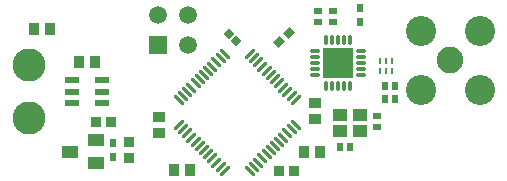
<source format=gts>
G04*
G04 #@! TF.GenerationSoftware,Altium Limited,Altium Designer,22.10.1 (41)*
G04*
G04 Layer_Color=9720587*
%FSTAX24Y24*%
%MOIN*%
G70*
G04*
G04 #@! TF.SameCoordinates,87BD3A09-32BE-4FA1-A735-6A54E07DCED2*
G04*
G04*
G04 #@! TF.FilePolarity,Negative*
G04*
G01*
G75*
%ADD18R,0.0394X0.0354*%
%ADD19R,0.0098X0.0217*%
%ADD20R,0.0252X0.0236*%
%ADD21R,0.0354X0.0394*%
G04:AMPARAMS|DCode=22|XSize=31.9mil|YSize=10.2mil|CornerRadius=1.3mil|HoleSize=0mil|Usage=FLASHONLY|Rotation=0.000|XOffset=0mil|YOffset=0mil|HoleType=Round|Shape=RoundedRectangle|*
%AMROUNDEDRECTD22*
21,1,0.0319,0.0077,0,0,0.0*
21,1,0.0293,0.0102,0,0,0.0*
1,1,0.0026,0.0147,-0.0038*
1,1,0.0026,-0.0147,-0.0038*
1,1,0.0026,-0.0147,0.0038*
1,1,0.0026,0.0147,0.0038*
%
%ADD22ROUNDEDRECTD22*%
G04:AMPARAMS|DCode=23|XSize=31.9mil|YSize=10.2mil|CornerRadius=1.3mil|HoleSize=0mil|Usage=FLASHONLY|Rotation=90.000|XOffset=0mil|YOffset=0mil|HoleType=Round|Shape=RoundedRectangle|*
%AMROUNDEDRECTD23*
21,1,0.0319,0.0077,0,0,90.0*
21,1,0.0293,0.0102,0,0,90.0*
1,1,0.0026,0.0038,0.0147*
1,1,0.0026,0.0038,-0.0147*
1,1,0.0026,-0.0038,-0.0147*
1,1,0.0026,-0.0038,0.0147*
%
%ADD23ROUNDEDRECTD23*%
%ADD24R,0.0236X0.0252*%
%ADD25R,0.0236X0.0295*%
%ADD26R,0.0472X0.0394*%
G04:AMPARAMS|DCode=27|XSize=11.8mil|YSize=47.2mil|CornerRadius=0mil|HoleSize=0mil|Usage=FLASHONLY|Rotation=135.000|XOffset=0mil|YOffset=0mil|HoleType=Round|Shape=Round|*
%AMOVALD27*
21,1,0.0354,0.0118,0.0000,0.0000,225.0*
1,1,0.0118,0.0125,0.0125*
1,1,0.0118,-0.0125,-0.0125*
%
%ADD27OVALD27*%

G04:AMPARAMS|DCode=28|XSize=11.8mil|YSize=47.2mil|CornerRadius=0mil|HoleSize=0mil|Usage=FLASHONLY|Rotation=225.000|XOffset=0mil|YOffset=0mil|HoleType=Round|Shape=Round|*
%AMOVALD28*
21,1,0.0354,0.0118,0.0000,0.0000,315.0*
1,1,0.0118,-0.0125,0.0125*
1,1,0.0118,0.0125,-0.0125*
%
%ADD28OVALD28*%

%ADD29R,0.0335X0.0374*%
%ADD30R,0.0374X0.0335*%
%ADD31R,0.0551X0.0394*%
G04:AMPARAMS|DCode=32|XSize=47.6mil|YSize=23.2mil|CornerRadius=2.9mil|HoleSize=0mil|Usage=FLASHONLY|Rotation=0.000|XOffset=0mil|YOffset=0mil|HoleType=Round|Shape=RoundedRectangle|*
%AMROUNDEDRECTD32*
21,1,0.0476,0.0174,0,0,0.0*
21,1,0.0418,0.0232,0,0,0.0*
1,1,0.0058,0.0209,-0.0087*
1,1,0.0058,-0.0209,-0.0087*
1,1,0.0058,-0.0209,0.0087*
1,1,0.0058,0.0209,0.0087*
%
%ADD32ROUNDEDRECTD32*%
G04:AMPARAMS|DCode=33|XSize=23.6mil|YSize=29.5mil|CornerRadius=0mil|HoleSize=0mil|Usage=FLASHONLY|Rotation=315.000|XOffset=0mil|YOffset=0mil|HoleType=Round|Shape=Rectangle|*
%AMROTATEDRECTD33*
4,1,4,-0.0188,-0.0021,0.0021,0.0188,0.0188,0.0021,-0.0021,-0.0188,-0.0188,-0.0021,0.0*
%
%ADD33ROTATEDRECTD33*%

G04:AMPARAMS|DCode=34|XSize=25.2mil|YSize=23.6mil|CornerRadius=0mil|HoleSize=0mil|Usage=FLASHONLY|Rotation=45.000|XOffset=0mil|YOffset=0mil|HoleType=Round|Shape=Rectangle|*
%AMROTATEDRECTD34*
4,1,4,-0.0006,-0.0173,-0.0173,-0.0006,0.0006,0.0173,0.0173,0.0006,-0.0006,-0.0173,0.0*
%
%ADD34ROTATEDRECTD34*%

%ADD35R,0.1024X0.1024*%
%ADD36C,0.1004*%
%ADD37C,0.0886*%
%ADD38C,0.1102*%
%ADD39R,0.0594X0.0594*%
%ADD40C,0.0594*%
D18*
X0169Y007334D02*
D03*
Y007866D02*
D03*
X0117Y006884D02*
D03*
Y007416D02*
D03*
D19*
X019053Y008933D02*
D03*
Y009267D02*
D03*
X019447Y008933D02*
D03*
Y009267D02*
D03*
X01925Y008933D02*
D03*
Y009267D02*
D03*
D20*
X0175Y010577D02*
D03*
Y010923D02*
D03*
X017Y010577D02*
D03*
Y010923D02*
D03*
X01895Y007077D02*
D03*
Y007423D02*
D03*
D21*
X016534Y00625D02*
D03*
X017066D02*
D03*
X012184Y00565D02*
D03*
X012716D02*
D03*
X009034Y00925D02*
D03*
X009566D02*
D03*
X008066Y01035D02*
D03*
X007534D02*
D03*
D22*
X018418Y009594D02*
D03*
Y009397D02*
D03*
Y0092D02*
D03*
Y009003D02*
D03*
Y008806D02*
D03*
X016882D02*
D03*
Y009003D02*
D03*
Y0092D02*
D03*
Y009397D02*
D03*
Y009594D02*
D03*
D23*
X017256Y009968D02*
D03*
X017453D02*
D03*
X01765D02*
D03*
X017847D02*
D03*
X018044D02*
D03*
Y008432D02*
D03*
X017847D02*
D03*
X01765D02*
D03*
X017453D02*
D03*
X017256D02*
D03*
D24*
X019573Y00845D02*
D03*
X019227D02*
D03*
X019573Y008D02*
D03*
X019227D02*
D03*
X018073Y0064D02*
D03*
X017727D02*
D03*
D25*
X0184Y010574D02*
D03*
Y011026D02*
D03*
X01015Y006526D02*
D03*
Y006074D02*
D03*
D26*
X018385Y006944D02*
D03*
X017715D02*
D03*
Y007456D02*
D03*
X018385D02*
D03*
D27*
X013882Y005601D02*
D03*
X013743Y00574D02*
D03*
X013604Y00588D02*
D03*
X013465Y006019D02*
D03*
X013326Y006158D02*
D03*
X013186Y006297D02*
D03*
X013047Y006436D02*
D03*
X012908Y006576D02*
D03*
X012769Y006715D02*
D03*
X01263Y006854D02*
D03*
X01249Y006993D02*
D03*
X012351Y007132D02*
D03*
X014718Y009499D02*
D03*
X014857Y00936D02*
D03*
X014996Y00922D02*
D03*
X015135Y009081D02*
D03*
X015274Y008942D02*
D03*
X015414Y008803D02*
D03*
X015553Y008664D02*
D03*
X015692Y008524D02*
D03*
X015831Y008385D02*
D03*
X01597Y008246D02*
D03*
X01611Y008107D02*
D03*
X016249Y007968D02*
D03*
D28*
X012351D02*
D03*
X01249Y008107D02*
D03*
X01263Y008246D02*
D03*
X012769Y008385D02*
D03*
X012908Y008524D02*
D03*
X013047Y008664D02*
D03*
X013186Y008803D02*
D03*
X013326Y008942D02*
D03*
X013465Y009081D02*
D03*
X013604Y00922D02*
D03*
X013743Y00936D02*
D03*
X013882Y009499D02*
D03*
X016249Y007132D02*
D03*
X01611Y006993D02*
D03*
X01597Y006854D02*
D03*
X015831Y006715D02*
D03*
X015692Y006576D02*
D03*
X015553Y006436D02*
D03*
X015414Y006297D02*
D03*
X015274Y006158D02*
D03*
X015135Y006019D02*
D03*
X014996Y00588D02*
D03*
X014857Y00574D02*
D03*
X014718Y005601D02*
D03*
D29*
X016206Y0056D02*
D03*
X015694D02*
D03*
X010106Y00725D02*
D03*
X009594D02*
D03*
D30*
X0107Y006556D02*
D03*
Y006044D02*
D03*
D31*
X009583Y005876D02*
D03*
Y006624D02*
D03*
X008717Y00625D02*
D03*
D32*
X008806Y008624D02*
D03*
X009794D02*
D03*
Y00825D02*
D03*
Y007876D02*
D03*
X008806D02*
D03*
Y00825D02*
D03*
D33*
X01601Y01021D02*
D03*
X01569Y00989D02*
D03*
D34*
X014272Y009928D02*
D03*
X014028Y010172D02*
D03*
D35*
X01765Y0092D02*
D03*
D36*
X020416Y010284D02*
D03*
X022384D02*
D03*
Y008316D02*
D03*
X020416D02*
D03*
D37*
X0214Y0093D02*
D03*
D38*
X007344Y007364D02*
D03*
X007344Y009136D02*
D03*
D39*
X01165Y0098D02*
D03*
D40*
Y0108D02*
D03*
X01265Y0098D02*
D03*
Y0108D02*
D03*
M02*

</source>
